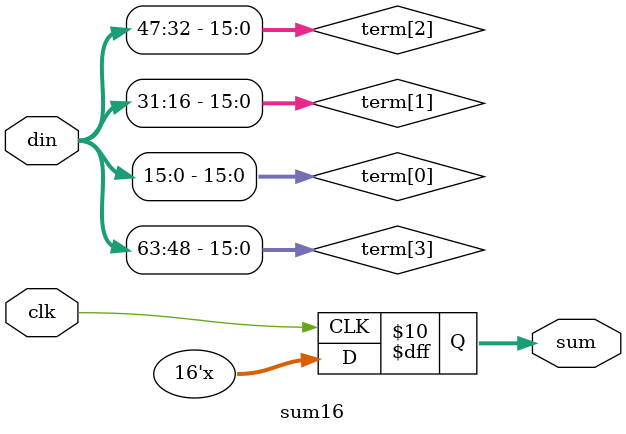
<source format=v>
`timescale 1ns / 1ps
module sum16(
    input [255:0] din,
    output reg signed [15:0] sum,
    input clk
    );

	wire signed [15:0] term [3:0];
	reg signed [15:0] s4 [1:0];
	
	genvar i;
	generate
		for (i=0; i<16; i = i + 1) begin: UASS
			assign term[i] = din[16*i+15 : 16*i];
		end
	endgenerate

	integer j;
	always @(posedge clk) begin
		for (j=0; j<4; j = j + 1) s4[j] <= term[4*j] + term[4*j+1] + term[4*j+2] + term[4*j+3];
		sum <= s4[0] + s4[1] + s4[2] + s4[3];
	end

endmodule

</source>
